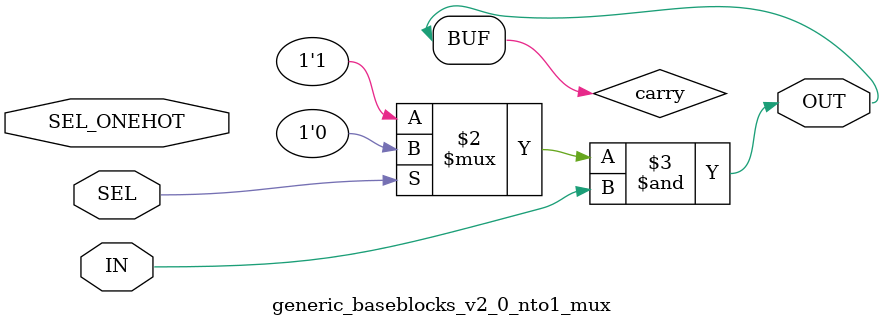
<source format=v>

`timescale 1ps/1ps
`default_nettype none

module generic_baseblocks_v2_0_nto1_mux #
  (
   parameter integer C_RATIO         =  1,  // Range: >=1
   parameter integer C_SEL_WIDTH     =  1,  // Range: >=1; recommended: ceil_log2(C_RATIO)
   parameter integer C_DATAOUT_WIDTH =  1,  // Range: >=1
   parameter integer C_ONEHOT        =  0   // Values: 0 = binary-encoded (use SEL); 1 = one-hot (use SEL_ONEHOT)
   )
  (
   input  wire [C_RATIO-1:0]                 SEL_ONEHOT,  // One-hot generic_baseblocks_v2_0_mux select (only used if C_ONEHOT=1)
   input  wire [C_SEL_WIDTH-1:0]             SEL,         // Binary-encoded generic_baseblocks_v2_0_mux select (only used if C_ONEHOT=0)
   input  wire [C_RATIO*C_DATAOUT_WIDTH-1:0] IN,          // Data input array (num_selections x data_width)
   output wire [C_DATAOUT_WIDTH-1:0]         OUT          // Data output vector
   );

  wire [C_DATAOUT_WIDTH*C_RATIO-1:0] carry;
  genvar i;
  
  generate
    if (C_ONEHOT == 0) begin : gen_encoded
      assign carry[C_DATAOUT_WIDTH-1:0] = {C_DATAOUT_WIDTH{(SEL==0)?1'b1:1'b0}} & IN[C_DATAOUT_WIDTH-1:0];
      for (i=1;i<C_RATIO;i=i+1) begin : gen_carrychain_enc
        assign carry[(i+1)*C_DATAOUT_WIDTH-1:i*C_DATAOUT_WIDTH] = 
               carry[i*C_DATAOUT_WIDTH-1:(i-1)*C_DATAOUT_WIDTH] |
               {C_DATAOUT_WIDTH{(SEL==i)?1'b1:1'b0}} & IN[(i+1)*C_DATAOUT_WIDTH-1:i*C_DATAOUT_WIDTH];
      end
    end else begin : gen_onehot
      assign carry[C_DATAOUT_WIDTH-1:0] = {C_DATAOUT_WIDTH{SEL_ONEHOT[0]}} & IN[C_DATAOUT_WIDTH-1:0];
      for (i=1;i<C_RATIO;i=i+1) begin : gen_carrychain_hot
        assign carry[(i+1)*C_DATAOUT_WIDTH-1:i*C_DATAOUT_WIDTH] = 
               carry[i*C_DATAOUT_WIDTH-1:(i-1)*C_DATAOUT_WIDTH] |
               {C_DATAOUT_WIDTH{SEL_ONEHOT[i]}} & IN[(i+1)*C_DATAOUT_WIDTH-1:i*C_DATAOUT_WIDTH];
      end
    end
  endgenerate
  assign OUT = carry[C_DATAOUT_WIDTH*C_RATIO-1:
                     C_DATAOUT_WIDTH*(C_RATIO-1)];
endmodule

`default_nettype wire

</source>
